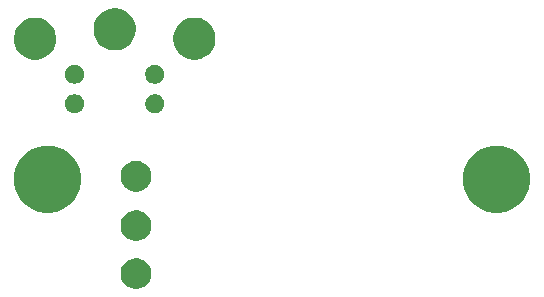
<source format=gbr>
G04 #@! TF.GenerationSoftware,KiCad,Pcbnew,(5.1.4)-1*
G04 #@! TF.CreationDate,2020-06-09T22:55:59+02:00*
G04 #@! TF.ProjectId,S-VHS ZX Spectrum Rev. B,532d5648-5320-45a5-9820-537065637472,rev?*
G04 #@! TF.SameCoordinates,Original*
G04 #@! TF.FileFunction,Soldermask,Bot*
G04 #@! TF.FilePolarity,Negative*
%FSLAX46Y46*%
G04 Gerber Fmt 4.6, Leading zero omitted, Abs format (unit mm)*
G04 Created by KiCad (PCBNEW (5.1.4)-1) date 2020-06-09 22:55:59*
%MOMM*%
%LPD*%
G04 APERTURE LIST*
%ADD10C,0.150000*%
G04 APERTURE END LIST*
D10*
G36*
X146810393Y-109239304D02*
G01*
X147047101Y-109337352D01*
X147047103Y-109337353D01*
X147260135Y-109479696D01*
X147441304Y-109660865D01*
X147583647Y-109873897D01*
X147583648Y-109873899D01*
X147681696Y-110110607D01*
X147731680Y-110361893D01*
X147731680Y-110618107D01*
X147681696Y-110869393D01*
X147583648Y-111106101D01*
X147583647Y-111106103D01*
X147441304Y-111319135D01*
X147260135Y-111500304D01*
X147047103Y-111642647D01*
X147047102Y-111642648D01*
X147047101Y-111642648D01*
X146810393Y-111740696D01*
X146559107Y-111790680D01*
X146302893Y-111790680D01*
X146051607Y-111740696D01*
X145814899Y-111642648D01*
X145814898Y-111642648D01*
X145814897Y-111642647D01*
X145601865Y-111500304D01*
X145420696Y-111319135D01*
X145278353Y-111106103D01*
X145278352Y-111106101D01*
X145180304Y-110869393D01*
X145130320Y-110618107D01*
X145130320Y-110361893D01*
X145180304Y-110110607D01*
X145278352Y-109873899D01*
X145278353Y-109873897D01*
X145420696Y-109660865D01*
X145601865Y-109479696D01*
X145814897Y-109337353D01*
X145814899Y-109337352D01*
X146051607Y-109239304D01*
X146302893Y-109189320D01*
X146559107Y-109189320D01*
X146810393Y-109239304D01*
X146810393Y-109239304D01*
G37*
G36*
X146810393Y-105175304D02*
G01*
X147047101Y-105273352D01*
X147047103Y-105273353D01*
X147260135Y-105415696D01*
X147441304Y-105596865D01*
X147583647Y-105809897D01*
X147583648Y-105809899D01*
X147681696Y-106046607D01*
X147731680Y-106297893D01*
X147731680Y-106554107D01*
X147681696Y-106805393D01*
X147583648Y-107042101D01*
X147583647Y-107042103D01*
X147441304Y-107255135D01*
X147260135Y-107436304D01*
X147047103Y-107578647D01*
X147047102Y-107578648D01*
X147047101Y-107578648D01*
X146810393Y-107676696D01*
X146559107Y-107726680D01*
X146302893Y-107726680D01*
X146051607Y-107676696D01*
X145814899Y-107578648D01*
X145814898Y-107578648D01*
X145814897Y-107578647D01*
X145601865Y-107436304D01*
X145420696Y-107255135D01*
X145278353Y-107042103D01*
X145278352Y-107042101D01*
X145180304Y-106805393D01*
X145130320Y-106554107D01*
X145130320Y-106297893D01*
X145180304Y-106046607D01*
X145278352Y-105809899D01*
X145278353Y-105809897D01*
X145420696Y-105596865D01*
X145601865Y-105415696D01*
X145814897Y-105273353D01*
X145814899Y-105273352D01*
X146051607Y-105175304D01*
X146302893Y-105125320D01*
X146559107Y-105125320D01*
X146810393Y-105175304D01*
X146810393Y-105175304D01*
G37*
G36*
X177506202Y-99692781D02*
G01*
X177781606Y-99747562D01*
X178300455Y-99962476D01*
X178767407Y-100274484D01*
X179164516Y-100671593D01*
X179476524Y-101138545D01*
X179691438Y-101657394D01*
X179801000Y-102208201D01*
X179801000Y-102769799D01*
X179691438Y-103320606D01*
X179476524Y-103839455D01*
X179164516Y-104306407D01*
X178767407Y-104703516D01*
X178300455Y-105015524D01*
X177781606Y-105230438D01*
X177565862Y-105273352D01*
X177230800Y-105340000D01*
X176669200Y-105340000D01*
X176334138Y-105273352D01*
X176118394Y-105230438D01*
X175599545Y-105015524D01*
X175132593Y-104703516D01*
X174735484Y-104306407D01*
X174423476Y-103839455D01*
X174208562Y-103320606D01*
X174099000Y-102769799D01*
X174099000Y-102208201D01*
X174208562Y-101657394D01*
X174423476Y-101138545D01*
X174735484Y-100671593D01*
X175132593Y-100274484D01*
X175599545Y-99962476D01*
X176118394Y-99747562D01*
X176669200Y-99638000D01*
X177230800Y-99638000D01*
X177506202Y-99692781D01*
X177506202Y-99692781D01*
G37*
G36*
X139494202Y-99692781D02*
G01*
X139769606Y-99747562D01*
X140288455Y-99962476D01*
X140755407Y-100274484D01*
X141152516Y-100671593D01*
X141464524Y-101138545D01*
X141679438Y-101657394D01*
X141789000Y-102208201D01*
X141789000Y-102769799D01*
X141679438Y-103320606D01*
X141464524Y-103839455D01*
X141152516Y-104306407D01*
X140755407Y-104703516D01*
X140288455Y-105015524D01*
X139769606Y-105230438D01*
X139553862Y-105273352D01*
X139218800Y-105340000D01*
X138657200Y-105340000D01*
X138322138Y-105273352D01*
X138106394Y-105230438D01*
X137587545Y-105015524D01*
X137120593Y-104703516D01*
X136723484Y-104306407D01*
X136411476Y-103839455D01*
X136196562Y-103320606D01*
X136087000Y-102769799D01*
X136087000Y-102208201D01*
X136196562Y-101657394D01*
X136411476Y-101138545D01*
X136723484Y-100671593D01*
X137120593Y-100274484D01*
X137587545Y-99962476D01*
X138106394Y-99747562D01*
X138657200Y-99638000D01*
X139218800Y-99638000D01*
X139494202Y-99692781D01*
X139494202Y-99692781D01*
G37*
G36*
X146810393Y-100984304D02*
G01*
X147047101Y-101082352D01*
X147047103Y-101082353D01*
X147260135Y-101224696D01*
X147441304Y-101405865D01*
X147583647Y-101618897D01*
X147583648Y-101618899D01*
X147681696Y-101855607D01*
X147731680Y-102106893D01*
X147731680Y-102363107D01*
X147681696Y-102614393D01*
X147617324Y-102769800D01*
X147583647Y-102851103D01*
X147441304Y-103064135D01*
X147260135Y-103245304D01*
X147047103Y-103387647D01*
X147047102Y-103387648D01*
X147047101Y-103387648D01*
X146810393Y-103485696D01*
X146559107Y-103535680D01*
X146302893Y-103535680D01*
X146051607Y-103485696D01*
X145814899Y-103387648D01*
X145814898Y-103387648D01*
X145814897Y-103387647D01*
X145601865Y-103245304D01*
X145420696Y-103064135D01*
X145278353Y-102851103D01*
X145244676Y-102769800D01*
X145180304Y-102614393D01*
X145130320Y-102363107D01*
X145130320Y-102106893D01*
X145180304Y-101855607D01*
X145278352Y-101618899D01*
X145278353Y-101618897D01*
X145420696Y-101405865D01*
X145601865Y-101224696D01*
X145814897Y-101082353D01*
X145814899Y-101082352D01*
X146051607Y-100984304D01*
X146302893Y-100934320D01*
X146559107Y-100934320D01*
X146810393Y-100984304D01*
X146810393Y-100984304D01*
G37*
G36*
X141457642Y-95328781D02*
G01*
X141603414Y-95389162D01*
X141603416Y-95389163D01*
X141734608Y-95476822D01*
X141846178Y-95588392D01*
X141933837Y-95719584D01*
X141933838Y-95719586D01*
X141994219Y-95865358D01*
X142025000Y-96020107D01*
X142025000Y-96177893D01*
X141994219Y-96332642D01*
X141933838Y-96478414D01*
X141933837Y-96478416D01*
X141846178Y-96609608D01*
X141734608Y-96721178D01*
X141603416Y-96808837D01*
X141603415Y-96808838D01*
X141603414Y-96808838D01*
X141457642Y-96869219D01*
X141302893Y-96900000D01*
X141145107Y-96900000D01*
X140990358Y-96869219D01*
X140844586Y-96808838D01*
X140844585Y-96808838D01*
X140844584Y-96808837D01*
X140713392Y-96721178D01*
X140601822Y-96609608D01*
X140514163Y-96478416D01*
X140514162Y-96478414D01*
X140453781Y-96332642D01*
X140423000Y-96177893D01*
X140423000Y-96020107D01*
X140453781Y-95865358D01*
X140514162Y-95719586D01*
X140514163Y-95719584D01*
X140601822Y-95588392D01*
X140713392Y-95476822D01*
X140844584Y-95389163D01*
X140844586Y-95389162D01*
X140990358Y-95328781D01*
X141145107Y-95298000D01*
X141302893Y-95298000D01*
X141457642Y-95328781D01*
X141457642Y-95328781D01*
G37*
G36*
X148257642Y-95328781D02*
G01*
X148403414Y-95389162D01*
X148403416Y-95389163D01*
X148534608Y-95476822D01*
X148646178Y-95588392D01*
X148733837Y-95719584D01*
X148733838Y-95719586D01*
X148794219Y-95865358D01*
X148825000Y-96020107D01*
X148825000Y-96177893D01*
X148794219Y-96332642D01*
X148733838Y-96478414D01*
X148733837Y-96478416D01*
X148646178Y-96609608D01*
X148534608Y-96721178D01*
X148403416Y-96808837D01*
X148403415Y-96808838D01*
X148403414Y-96808838D01*
X148257642Y-96869219D01*
X148102893Y-96900000D01*
X147945107Y-96900000D01*
X147790358Y-96869219D01*
X147644586Y-96808838D01*
X147644585Y-96808838D01*
X147644584Y-96808837D01*
X147513392Y-96721178D01*
X147401822Y-96609608D01*
X147314163Y-96478416D01*
X147314162Y-96478414D01*
X147253781Y-96332642D01*
X147223000Y-96177893D01*
X147223000Y-96020107D01*
X147253781Y-95865358D01*
X147314162Y-95719586D01*
X147314163Y-95719584D01*
X147401822Y-95588392D01*
X147513392Y-95476822D01*
X147644584Y-95389163D01*
X147644586Y-95389162D01*
X147790358Y-95328781D01*
X147945107Y-95298000D01*
X148102893Y-95298000D01*
X148257642Y-95328781D01*
X148257642Y-95328781D01*
G37*
G36*
X141457642Y-92828781D02*
G01*
X141603414Y-92889162D01*
X141603416Y-92889163D01*
X141734608Y-92976822D01*
X141846178Y-93088392D01*
X141933837Y-93219584D01*
X141933838Y-93219586D01*
X141994219Y-93365358D01*
X142025000Y-93520107D01*
X142025000Y-93677893D01*
X141994219Y-93832642D01*
X141933838Y-93978414D01*
X141933837Y-93978416D01*
X141846178Y-94109608D01*
X141734608Y-94221178D01*
X141603416Y-94308837D01*
X141603415Y-94308838D01*
X141603414Y-94308838D01*
X141457642Y-94369219D01*
X141302893Y-94400000D01*
X141145107Y-94400000D01*
X140990358Y-94369219D01*
X140844586Y-94308838D01*
X140844585Y-94308838D01*
X140844584Y-94308837D01*
X140713392Y-94221178D01*
X140601822Y-94109608D01*
X140514163Y-93978416D01*
X140514162Y-93978414D01*
X140453781Y-93832642D01*
X140423000Y-93677893D01*
X140423000Y-93520107D01*
X140453781Y-93365358D01*
X140514162Y-93219586D01*
X140514163Y-93219584D01*
X140601822Y-93088392D01*
X140713392Y-92976822D01*
X140844584Y-92889163D01*
X140844586Y-92889162D01*
X140990358Y-92828781D01*
X141145107Y-92798000D01*
X141302893Y-92798000D01*
X141457642Y-92828781D01*
X141457642Y-92828781D01*
G37*
G36*
X148257642Y-92828781D02*
G01*
X148403414Y-92889162D01*
X148403416Y-92889163D01*
X148534608Y-92976822D01*
X148646178Y-93088392D01*
X148733837Y-93219584D01*
X148733838Y-93219586D01*
X148794219Y-93365358D01*
X148825000Y-93520107D01*
X148825000Y-93677893D01*
X148794219Y-93832642D01*
X148733838Y-93978414D01*
X148733837Y-93978416D01*
X148646178Y-94109608D01*
X148534608Y-94221178D01*
X148403416Y-94308837D01*
X148403415Y-94308838D01*
X148403414Y-94308838D01*
X148257642Y-94369219D01*
X148102893Y-94400000D01*
X147945107Y-94400000D01*
X147790358Y-94369219D01*
X147644586Y-94308838D01*
X147644585Y-94308838D01*
X147644584Y-94308837D01*
X147513392Y-94221178D01*
X147401822Y-94109608D01*
X147314163Y-93978416D01*
X147314162Y-93978414D01*
X147253781Y-93832642D01*
X147223000Y-93677893D01*
X147223000Y-93520107D01*
X147253781Y-93365358D01*
X147314162Y-93219586D01*
X147314163Y-93219584D01*
X147401822Y-93088392D01*
X147513392Y-92976822D01*
X147644584Y-92889163D01*
X147644586Y-92889162D01*
X147790358Y-92828781D01*
X147945107Y-92798000D01*
X148102893Y-92798000D01*
X148257642Y-92828781D01*
X148257642Y-92828781D01*
G37*
G36*
X138279372Y-88861193D02*
G01*
X138394228Y-88884039D01*
X138718804Y-89018482D01*
X139010915Y-89213665D01*
X139259335Y-89462085D01*
X139454518Y-89754196D01*
X139545836Y-89974659D01*
X139588961Y-90078773D01*
X139657500Y-90423339D01*
X139657500Y-90774661D01*
X139625424Y-90935915D01*
X139588961Y-91119228D01*
X139454518Y-91443804D01*
X139259335Y-91735915D01*
X139010915Y-91984335D01*
X138718804Y-92179518D01*
X138394228Y-92313961D01*
X138279372Y-92336807D01*
X138049661Y-92382500D01*
X137698339Y-92382500D01*
X137468628Y-92336807D01*
X137353772Y-92313961D01*
X137029196Y-92179518D01*
X136737085Y-91984335D01*
X136488665Y-91735915D01*
X136293482Y-91443804D01*
X136159039Y-91119228D01*
X136122576Y-90935915D01*
X136090500Y-90774661D01*
X136090500Y-90423339D01*
X136159039Y-90078773D01*
X136202164Y-89974659D01*
X136293482Y-89754196D01*
X136488665Y-89462085D01*
X136737085Y-89213665D01*
X137029196Y-89018482D01*
X137353772Y-88884039D01*
X137468628Y-88861193D01*
X137698339Y-88815500D01*
X138049661Y-88815500D01*
X138279372Y-88861193D01*
X138279372Y-88861193D01*
G37*
G36*
X151779372Y-88861193D02*
G01*
X151894228Y-88884039D01*
X152218804Y-89018482D01*
X152510915Y-89213665D01*
X152759335Y-89462085D01*
X152954518Y-89754196D01*
X153045836Y-89974659D01*
X153088961Y-90078773D01*
X153157500Y-90423339D01*
X153157500Y-90774661D01*
X153125424Y-90935915D01*
X153088961Y-91119228D01*
X152954518Y-91443804D01*
X152759335Y-91735915D01*
X152510915Y-91984335D01*
X152218804Y-92179518D01*
X151894228Y-92313961D01*
X151779372Y-92336807D01*
X151549661Y-92382500D01*
X151198339Y-92382500D01*
X150968628Y-92336807D01*
X150853772Y-92313961D01*
X150529196Y-92179518D01*
X150237085Y-91984335D01*
X149988665Y-91735915D01*
X149793482Y-91443804D01*
X149659039Y-91119228D01*
X149622576Y-90935915D01*
X149590500Y-90774661D01*
X149590500Y-90423339D01*
X149659039Y-90078773D01*
X149702164Y-89974659D01*
X149793482Y-89754196D01*
X149988665Y-89462085D01*
X150237085Y-89213665D01*
X150529196Y-89018482D01*
X150853772Y-88884039D01*
X150968628Y-88861193D01*
X151198339Y-88815500D01*
X151549661Y-88815500D01*
X151779372Y-88861193D01*
X151779372Y-88861193D01*
G37*
G36*
X145029372Y-88061193D02*
G01*
X145144228Y-88084039D01*
X145468804Y-88218482D01*
X145760915Y-88413665D01*
X146009335Y-88662085D01*
X146204518Y-88954196D01*
X146338961Y-89278772D01*
X146338961Y-89278773D01*
X146407500Y-89623339D01*
X146407500Y-89974661D01*
X146361807Y-90204372D01*
X146338961Y-90319228D01*
X146204518Y-90643804D01*
X146009335Y-90935915D01*
X145760915Y-91184335D01*
X145468804Y-91379518D01*
X145144228Y-91513961D01*
X145029372Y-91536807D01*
X144799661Y-91582500D01*
X144448339Y-91582500D01*
X144218628Y-91536807D01*
X144103772Y-91513961D01*
X143779196Y-91379518D01*
X143487085Y-91184335D01*
X143238665Y-90935915D01*
X143043482Y-90643804D01*
X142909039Y-90319228D01*
X142886193Y-90204372D01*
X142840500Y-89974661D01*
X142840500Y-89623339D01*
X142909039Y-89278773D01*
X142909039Y-89278772D01*
X143043482Y-88954196D01*
X143238665Y-88662085D01*
X143487085Y-88413665D01*
X143779196Y-88218482D01*
X144103772Y-88084039D01*
X144218628Y-88061193D01*
X144448339Y-88015500D01*
X144799661Y-88015500D01*
X145029372Y-88061193D01*
X145029372Y-88061193D01*
G37*
M02*

</source>
